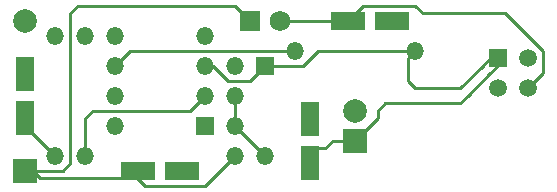
<source format=gtl>
G04 (created by PCBNEW (2013-07-07 BZR 4022)-stable) date Sat 06 Aug 2022 08:08:16 PM CDT*
%MOIN*%
G04 Gerber Fmt 3.4, Leading zero omitted, Abs format*
%FSLAX34Y34*%
G01*
G70*
G90*
G04 APERTURE LIST*
%ADD10C,0.00590551*%
%ADD11R,0.059X0.059*%
%ADD12C,0.059*%
%ADD13O,0.059X0.059*%
%ADD14R,0.059X0.114*%
%ADD15R,0.114X0.059*%
%ADD16R,0.069X0.069*%
%ADD17C,0.069*%
%ADD18C,0.079*%
%ADD19R,0.079X0.079*%
%ADD20C,0.01*%
G04 APERTURE END LIST*
G54D10*
G54D11*
X80750Y-55250D03*
G54D12*
X81750Y-56250D03*
X81750Y-55250D03*
X80750Y-56250D03*
G54D13*
X67000Y-54500D03*
X67000Y-58500D03*
X66000Y-58500D03*
X66000Y-54500D03*
X74000Y-55000D03*
X78000Y-55000D03*
G54D11*
X71000Y-57500D03*
G54D13*
X71000Y-56500D03*
X71000Y-55500D03*
X71000Y-54500D03*
X68000Y-54500D03*
X68000Y-55500D03*
X68000Y-57500D03*
X68000Y-56500D03*
G54D14*
X74500Y-58725D03*
X74500Y-57275D03*
X65000Y-57225D03*
X65000Y-55775D03*
G54D15*
X68775Y-59000D03*
X70225Y-59000D03*
X75775Y-54000D03*
X77225Y-54000D03*
G54D16*
X72500Y-54000D03*
G54D17*
X73500Y-54000D03*
G54D18*
X65000Y-54000D03*
G54D19*
X65000Y-59000D03*
G54D18*
X76000Y-57000D03*
G54D19*
X76000Y-58000D03*
G54D13*
X72000Y-55500D03*
X72000Y-56500D03*
G54D11*
X73000Y-55500D03*
G54D13*
X73000Y-58500D03*
X72000Y-58500D03*
X72000Y-57500D03*
G54D20*
X76000Y-58000D02*
X75500Y-58000D01*
X74500Y-58500D02*
X74500Y-59000D01*
X74750Y-58250D02*
X74500Y-58500D01*
X75000Y-58250D02*
X74750Y-58250D01*
X75250Y-58000D02*
X75000Y-58250D01*
X75500Y-58000D02*
X75250Y-58000D01*
X76000Y-58000D02*
X76750Y-57250D01*
X77000Y-56750D02*
X76750Y-57000D01*
X76750Y-57000D02*
X76750Y-57250D01*
X80750Y-55500D02*
X80750Y-55250D01*
X79750Y-56500D02*
X80500Y-55750D01*
X80500Y-55750D02*
X80750Y-55500D01*
X77750Y-56750D02*
X77000Y-56750D01*
X79500Y-56750D02*
X77750Y-56750D01*
X79750Y-56500D02*
X79500Y-56750D01*
X73000Y-55500D02*
X72500Y-56000D01*
X72500Y-56000D02*
X71750Y-56000D01*
X71750Y-56000D02*
X71500Y-55750D01*
X71500Y-55750D02*
X71250Y-55500D01*
X71250Y-55500D02*
X71000Y-55500D01*
X79500Y-56250D02*
X78000Y-56250D01*
X80750Y-55250D02*
X80500Y-55250D01*
X80250Y-55500D02*
X79500Y-56250D01*
X80250Y-55500D02*
X80500Y-55250D01*
X77750Y-55250D02*
X78000Y-55000D01*
X77750Y-56000D02*
X77750Y-55250D01*
X78000Y-56250D02*
X77750Y-56000D01*
X73000Y-55500D02*
X74250Y-55500D01*
X74250Y-55500D02*
X74750Y-55000D01*
X74750Y-55000D02*
X78000Y-55000D01*
X72000Y-57500D02*
X73000Y-58500D01*
X72000Y-57500D02*
X72000Y-56500D01*
X67000Y-58500D02*
X67000Y-57250D01*
X70500Y-57000D02*
X71000Y-56500D01*
X67250Y-57000D02*
X70500Y-57000D01*
X67000Y-57250D02*
X67250Y-57000D01*
X65000Y-57500D02*
X66000Y-58500D01*
X68000Y-55500D02*
X68500Y-55000D01*
X68500Y-55000D02*
X74000Y-55000D01*
X81250Y-54000D02*
X81000Y-53750D01*
X82250Y-55750D02*
X82250Y-55000D01*
X82250Y-55000D02*
X82000Y-54750D01*
X82000Y-54750D02*
X81250Y-54000D01*
X81750Y-56250D02*
X82250Y-55750D01*
X75750Y-54000D02*
X75500Y-54000D01*
X76250Y-53500D02*
X75750Y-54000D01*
X77750Y-53500D02*
X76250Y-53500D01*
X78000Y-53500D02*
X77750Y-53500D01*
X78250Y-53750D02*
X78000Y-53500D01*
X81000Y-53750D02*
X78250Y-53750D01*
X73500Y-54000D02*
X75500Y-54000D01*
X68500Y-59000D02*
X69000Y-59500D01*
X71000Y-59500D02*
X72000Y-58500D01*
X69000Y-59500D02*
X71000Y-59500D01*
X66500Y-58000D02*
X66500Y-58750D01*
X66750Y-53500D02*
X66500Y-53750D01*
X66500Y-53750D02*
X66500Y-58000D01*
X72000Y-53500D02*
X69000Y-53500D01*
X69000Y-53500D02*
X67750Y-53500D01*
X72500Y-54000D02*
X72000Y-53500D01*
X67750Y-53500D02*
X66750Y-53500D01*
X66250Y-59000D02*
X65000Y-59000D01*
X66500Y-58750D02*
X66250Y-59000D01*
X65000Y-59000D02*
X65250Y-59000D01*
X68250Y-59250D02*
X68500Y-59000D01*
X65500Y-59250D02*
X68250Y-59250D01*
X65250Y-59000D02*
X65500Y-59250D01*
M02*

</source>
